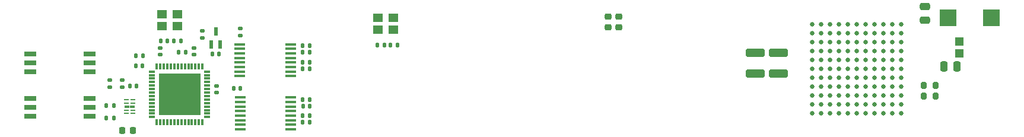
<source format=gbp>
G04 #@! TF.GenerationSoftware,KiCad,Pcbnew,(6.0.7)*
G04 #@! TF.CreationDate,2022-09-28T14:11:08+03:00*
G04 #@! TF.ProjectId,dock_rs232,646f636b-5f72-4733-9233-322e6b696361,rev?*
G04 #@! TF.SameCoordinates,Original*
G04 #@! TF.FileFunction,Paste,Bot*
G04 #@! TF.FilePolarity,Positive*
%FSLAX46Y46*%
G04 Gerber Fmt 4.6, Leading zero omitted, Abs format (unit mm)*
G04 Created by KiCad (PCBNEW (6.0.7)) date 2022-09-28 14:11:08*
%MOMM*%
%LPD*%
G01*
G04 APERTURE LIST*
G04 Aperture macros list*
%AMRoundRect*
0 Rectangle with rounded corners*
0 $1 Rounding radius*
0 $2 $3 $4 $5 $6 $7 $8 $9 X,Y pos of 4 corners*
0 Add a 4 corners polygon primitive as box body*
4,1,4,$2,$3,$4,$5,$6,$7,$8,$9,$2,$3,0*
0 Add four circle primitives for the rounded corners*
1,1,$1+$1,$2,$3*
1,1,$1+$1,$4,$5*
1,1,$1+$1,$6,$7*
1,1,$1+$1,$8,$9*
0 Add four rect primitives between the rounded corners*
20,1,$1+$1,$2,$3,$4,$5,0*
20,1,$1+$1,$4,$5,$6,$7,0*
20,1,$1+$1,$6,$7,$8,$9,0*
20,1,$1+$1,$8,$9,$2,$3,0*%
G04 Aperture macros list end*
%ADD10R,1.400000X1.200000*%
%ADD11R,1.639799X0.431000*%
%ADD12R,1.715000X0.760000*%
%ADD13RoundRect,0.135000X0.185000X-0.135000X0.185000X0.135000X-0.185000X0.135000X-0.185000X-0.135000X0*%
%ADD14RoundRect,0.135000X0.135000X0.185000X-0.135000X0.185000X-0.135000X-0.185000X0.135000X-0.185000X0*%
%ADD15RoundRect,0.135000X-0.135000X-0.185000X0.135000X-0.185000X0.135000X0.185000X-0.135000X0.185000X0*%
%ADD16RoundRect,0.200000X-0.200000X-0.275000X0.200000X-0.275000X0.200000X0.275000X-0.200000X0.275000X0*%
%ADD17RoundRect,0.200000X0.200000X0.275000X-0.200000X0.275000X-0.200000X-0.275000X0.200000X-0.275000X0*%
%ADD18R,1.300000X1.200000*%
%ADD19C,0.635000*%
%ADD20R,0.900000X0.300000*%
%ADD21R,0.300000X0.900000*%
%ADD22R,6.000000X6.000000*%
%ADD23R,0.500000X1.150000*%
%ADD24RoundRect,0.218750X0.218750X0.256250X-0.218750X0.256250X-0.218750X-0.256250X0.218750X-0.256250X0*%
%ADD25R,0.675000X0.250000*%
%ADD26R,0.775000X0.400000*%
%ADD27R,2.350000X2.450000*%
%ADD28RoundRect,0.250000X-0.475000X0.250000X-0.475000X-0.250000X0.475000X-0.250000X0.475000X0.250000X0*%
%ADD29RoundRect,0.250000X-0.250000X-0.475000X0.250000X-0.475000X0.250000X0.475000X-0.250000X0.475000X0*%
%ADD30RoundRect,0.250000X-1.100000X0.325000X-1.100000X-0.325000X1.100000X-0.325000X1.100000X0.325000X0*%
%ADD31RoundRect,0.140000X0.140000X0.170000X-0.140000X0.170000X-0.140000X-0.170000X0.140000X-0.170000X0*%
%ADD32RoundRect,0.140000X-0.170000X0.140000X-0.170000X-0.140000X0.170000X-0.140000X0.170000X0.140000X0*%
%ADD33RoundRect,0.140000X-0.140000X-0.170000X0.140000X-0.170000X0.140000X0.170000X-0.140000X0.170000X0*%
%ADD34RoundRect,0.225000X-0.250000X0.225000X-0.250000X-0.225000X0.250000X-0.225000X0.250000X0.225000X0*%
G04 APERTURE END LIST*
D10*
X242515919Y-99097354D03*
X240315919Y-99097354D03*
X240315919Y-97397354D03*
X242515919Y-97397354D03*
X273385919Y-99657354D03*
X271185919Y-99657354D03*
X271185919Y-97957354D03*
X273385919Y-97957354D03*
D11*
X258748119Y-101712355D03*
X258748119Y-102362353D03*
X258748119Y-103012355D03*
X258748119Y-103662353D03*
X258748119Y-104312352D03*
X258748119Y-104962353D03*
X258748119Y-105612352D03*
X258748119Y-106262353D03*
X251483719Y-106262353D03*
X251483719Y-105612355D03*
X251483719Y-104962353D03*
X251483719Y-104312355D03*
X251483719Y-103662356D03*
X251483719Y-103012355D03*
X251483719Y-102362356D03*
X251483719Y-101712355D03*
X258769019Y-109294855D03*
X258769019Y-109944853D03*
X258769019Y-110594855D03*
X258769019Y-111244853D03*
X258769019Y-111894852D03*
X258769019Y-112544853D03*
X258769019Y-113194852D03*
X258769019Y-113844853D03*
X251504619Y-113844853D03*
X251504619Y-113194855D03*
X251504619Y-112544853D03*
X251504619Y-111894855D03*
X251504619Y-111244856D03*
X251504619Y-110594855D03*
X251504619Y-109944856D03*
X251504619Y-109294855D03*
D12*
X230023919Y-103077354D03*
X230023919Y-104347354D03*
X230023919Y-105617354D03*
X230023919Y-109427354D03*
X230023919Y-110697354D03*
X230023919Y-111967354D03*
X221577919Y-111967354D03*
X221577919Y-110697354D03*
X221577919Y-109427354D03*
X221577919Y-105617354D03*
X221577919Y-104347354D03*
X221577919Y-103077354D03*
D13*
X232905919Y-107807354D03*
X232905919Y-106787354D03*
X234665919Y-107812354D03*
X234665919Y-106792354D03*
D14*
X233455919Y-112207354D03*
X232435919Y-112207354D03*
X233455919Y-110477354D03*
X232435919Y-110477354D03*
D15*
X242725919Y-102827354D03*
X243745919Y-102827354D03*
X236610919Y-103302354D03*
X237630919Y-103302354D03*
D13*
X246130919Y-100802354D03*
X246130919Y-99782354D03*
D16*
X349090919Y-107607354D03*
X350740919Y-107607354D03*
D17*
X350740919Y-109107354D03*
X349090919Y-109107354D03*
D18*
X354105919Y-101317354D03*
X354105919Y-103017354D03*
D19*
X345855919Y-98867354D03*
X344585919Y-98867354D03*
X343315919Y-98867354D03*
X342045919Y-98867354D03*
X340775919Y-98867354D03*
X339505919Y-98867354D03*
X338235919Y-98867354D03*
X336965919Y-98867354D03*
X335695919Y-98867354D03*
X334425919Y-98867354D03*
X333155919Y-98867354D03*
X345855919Y-100137354D03*
X344585919Y-100137354D03*
X343315919Y-100137354D03*
X342045919Y-100137354D03*
X340775919Y-100137354D03*
X339505919Y-100137354D03*
X338235919Y-100137354D03*
X336965919Y-100137354D03*
X335695919Y-100137354D03*
X334425919Y-100137354D03*
X333155919Y-100137354D03*
X345855919Y-101407354D03*
X344585919Y-101407354D03*
X343315919Y-101407354D03*
X342045919Y-101407354D03*
X340775919Y-101407354D03*
X339505919Y-101407354D03*
X338235919Y-101407354D03*
X336965919Y-101407354D03*
X335695919Y-101407354D03*
X334425919Y-101407354D03*
X333155919Y-101407354D03*
X345855919Y-102677354D03*
X344585919Y-102677354D03*
X343315919Y-102677354D03*
X342045919Y-102677354D03*
X340775919Y-102677354D03*
X339505919Y-102677354D03*
X338235919Y-102677354D03*
X336965919Y-102677354D03*
X335695919Y-102677354D03*
X334425919Y-102677354D03*
X333155919Y-102677354D03*
X345855919Y-103947354D03*
X344585919Y-103947354D03*
X343315919Y-103947354D03*
X342045919Y-103947354D03*
X340775919Y-103947354D03*
X339505919Y-103947354D03*
X338235919Y-103947354D03*
X336965919Y-103947354D03*
X335695919Y-103947354D03*
X334425919Y-103947354D03*
X333155919Y-103947354D03*
X345855919Y-105217354D03*
X344585919Y-105217354D03*
X343315919Y-105217354D03*
X342045919Y-105217354D03*
X340775919Y-105217354D03*
X339505919Y-105217354D03*
X338235919Y-105217354D03*
X336965919Y-105217354D03*
X335695919Y-105217354D03*
X334425919Y-105217354D03*
X333155919Y-105217354D03*
X345855919Y-106487354D03*
X344585919Y-106487354D03*
X343315919Y-106487354D03*
X342045919Y-106487354D03*
X340775919Y-106487354D03*
X339505919Y-106487354D03*
X338235919Y-106487354D03*
X336965919Y-106487354D03*
X335695919Y-106487354D03*
X334425919Y-106487354D03*
X333155919Y-106487354D03*
X345855919Y-107757354D03*
X344585919Y-107757354D03*
X343315919Y-107757354D03*
X342045919Y-107757354D03*
X340775919Y-107757354D03*
X339505919Y-107757354D03*
X338235919Y-107757354D03*
X336965919Y-107757354D03*
X335695919Y-107757354D03*
X334425919Y-107757354D03*
X333155919Y-107757354D03*
X345855919Y-109027354D03*
X344585919Y-109027354D03*
X343315919Y-109027354D03*
X342045919Y-109027354D03*
X340775919Y-109027354D03*
X339505919Y-109027354D03*
X338235919Y-109027354D03*
X336965919Y-109027354D03*
X335695919Y-109027354D03*
X334425919Y-109027354D03*
X333155919Y-109027354D03*
X345855919Y-110297354D03*
X344585919Y-110297354D03*
X343315919Y-110297354D03*
X342045919Y-110297354D03*
X340775919Y-110297354D03*
X339505919Y-110297354D03*
X338235919Y-110297354D03*
X336965919Y-110297354D03*
X335695919Y-110297354D03*
X334425919Y-110297354D03*
X333155919Y-110297354D03*
X345855919Y-111567354D03*
X344585919Y-111567354D03*
X343315919Y-111567354D03*
X342045919Y-111567354D03*
X340775919Y-111567354D03*
X339505919Y-111567354D03*
X338235919Y-111567354D03*
X336965919Y-111567354D03*
X335695919Y-111567354D03*
X334425919Y-111567354D03*
X333155919Y-111567354D03*
D20*
X238925919Y-112097354D03*
X238925919Y-111597354D03*
X238925919Y-111097354D03*
X238925919Y-110597354D03*
X238925919Y-110097354D03*
X238925919Y-109597354D03*
X238925919Y-109097354D03*
X238925919Y-108597354D03*
X238925919Y-108097354D03*
X238925919Y-107597354D03*
X238925919Y-107097354D03*
X238925919Y-106597354D03*
X238925919Y-106097354D03*
X238925919Y-105597354D03*
D21*
X239625919Y-104897354D03*
X240125919Y-104897354D03*
X240625919Y-104897354D03*
X241125919Y-104897354D03*
X241625919Y-104897354D03*
X242125919Y-104897354D03*
X242625919Y-104897354D03*
X243125919Y-104897354D03*
X243625919Y-104897354D03*
X244125919Y-104897354D03*
X244625919Y-104897354D03*
X245125919Y-104897354D03*
X245625919Y-104897354D03*
X246125919Y-104897354D03*
D20*
X246825919Y-105597354D03*
X246825919Y-106097354D03*
X246825919Y-106597354D03*
X246825919Y-107097354D03*
X246825919Y-107597354D03*
X246825919Y-108097354D03*
X246825919Y-108597354D03*
X246825919Y-109097354D03*
X246825919Y-109597354D03*
X246825919Y-110097354D03*
X246825919Y-110597354D03*
X246825919Y-111097354D03*
X246825919Y-111597354D03*
X246825919Y-112097354D03*
D21*
X246125919Y-112797354D03*
X245625919Y-112797354D03*
X245125919Y-112797354D03*
X244625919Y-112797354D03*
X244125919Y-112797354D03*
X243625919Y-112797354D03*
X243125919Y-112797354D03*
X242625919Y-112797354D03*
X242125919Y-112797354D03*
X241625919Y-112797354D03*
X241125919Y-112797354D03*
X240625919Y-112797354D03*
X240125919Y-112797354D03*
X239625919Y-112797354D03*
D22*
X242875919Y-108847354D03*
D23*
X248690919Y-101762354D03*
X247390919Y-101762354D03*
X248040919Y-99862354D03*
D24*
X236218419Y-114002354D03*
X234643419Y-114002354D03*
D25*
X236176419Y-109592354D03*
X236176419Y-110092354D03*
D26*
X236126419Y-110592354D03*
D25*
X236176419Y-111092354D03*
X236176419Y-111592354D03*
X235301419Y-111592354D03*
X235301419Y-111092354D03*
D26*
X235351419Y-110592354D03*
D25*
X235301419Y-110092354D03*
X235301419Y-109592354D03*
D27*
X352505919Y-97917354D03*
X358705919Y-97917354D03*
D28*
X349195919Y-96357354D03*
X349195919Y-98257354D03*
D29*
X351905919Y-104867354D03*
X353805919Y-104867354D03*
D30*
X328330919Y-102917354D03*
X328330919Y-105867354D03*
X325055919Y-102917354D03*
X325055919Y-105867354D03*
D31*
X261395919Y-104247354D03*
X260435919Y-104247354D03*
X261410919Y-101867354D03*
X260450919Y-101867354D03*
X261405919Y-105207354D03*
X260445919Y-105207354D03*
D32*
X251505919Y-99487354D03*
X251505919Y-100447354D03*
D33*
X260445919Y-102842354D03*
X261405919Y-102842354D03*
D32*
X240070919Y-102212354D03*
X240070919Y-103172354D03*
D33*
X235770919Y-107662354D03*
X236730919Y-107662354D03*
X236630919Y-104802354D03*
X237590919Y-104802354D03*
D31*
X248510919Y-103102354D03*
X247550919Y-103102354D03*
D33*
X240180919Y-101257354D03*
X241140919Y-101257354D03*
D31*
X243025919Y-101257354D03*
X242065919Y-101257354D03*
D32*
X248155919Y-107657354D03*
X248155919Y-108617354D03*
X244915919Y-102222354D03*
X244915919Y-103182354D03*
D31*
X261405919Y-111887354D03*
X260445919Y-111887354D03*
X261415919Y-109567354D03*
X260455919Y-109567354D03*
X261405919Y-112837354D03*
X260445919Y-112837354D03*
D33*
X250575919Y-107967354D03*
X251535919Y-107967354D03*
X260465919Y-110537354D03*
X261425919Y-110537354D03*
X271105919Y-101857354D03*
X272065919Y-101857354D03*
D31*
X273935919Y-101847354D03*
X272975919Y-101847354D03*
D34*
X304005919Y-97717354D03*
X304005919Y-99267354D03*
X305505919Y-97717354D03*
X305505919Y-99267354D03*
M02*

</source>
